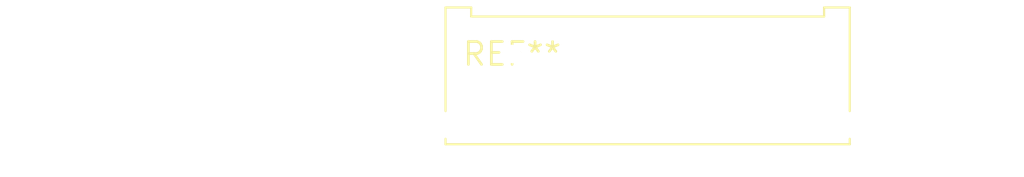
<source format=kicad_pcb>
(kicad_pcb (version 20240108) (generator pcbnew)
  (layers (0 "F.Cu" signal) (31 "B.Cu" signal) (34 "B.Paste" user) (35 "F.Paste" user) (36 "B.SilkS" user "B.Silkscreen") (37 "F.SilkS" user "F.Silkscreen") (38 "B.Mask" user) (39 "F.Mask" user) (44 "Edge.Cuts" user))
  (net 0 "")
  (footprint "Molex_Micro-Fit_3.0_43045-1212_2x06_P3.00mm_Vertical" (layer "F.Cu") (at 0 0)
    (property "Reference" "REF**")
    (property "Value" "Molex_Micro-Fit_3.0_43045-1212_2x06_P3.00mm_Vertical")
    (fp_line (start -3.685 -2.58) (end -2.265 -2.58) (layer "F.SilkS") (stroke (width 0.12)))
    (fp_line (start -3.685 3.17) (end -3.685 -2.58) (layer "F.SilkS") (stroke (width 0.12)))
    (fp_line (start -3.685 4.71) (end -3.685 5.01) (layer "F.SilkS") (stroke (width 0.12)))
    (fp_line (start -3.685 5.01) (end 18.685 5.01) (layer "F.SilkS") (stroke (width 0.12)))
    (fp_line (start -2.265 -2.58) (end -2.265 -2.08) (layer "F.SilkS") (stroke (width 0.12)))
    (fp_line (start -2.265 -2.08) (end 17.265 -2.08) (layer "F.SilkS") (stroke (width 0.12)))
    (fp_line (start 17.265 -2.58) (end 18.685 -2.58) (layer "F.SilkS") (stroke (width 0.12)))
    (fp_line (start 17.265 -2.08) (end 17.265 -2.58) (layer "F.SilkS") (stroke (width 0.12)))
    (fp_line (start 18.685 -2.58) (end 18.685 3.17) (layer "F.SilkS") (stroke (width 0.12)))
    (fp_line (start 18.685 5.01) (end 18.685 4.71) (layer "F.SilkS") (stroke (width 0.12)))
    (pad "" np_thru_hole circle (at -3 3.94) (size 1.02 1.02) (drill 1.02) (layers *.Cu *.Mask))
    (pad "" np_thru_hole circle (at 18 3.94) (size 1.02 1.02) (drill 1.02) (layers *.Cu *.Mask))
    (pad "1" thru_hole roundrect (at 0 0) (size 1.5 1.5) (drill 1.02) (layers *.Cu *.Mask) (remove_unused_layers) (roundrect_rratio 0.166667))
    (pad "2" thru_hole circle (at 3 0) (size 1.5 1.5) (drill 1.02) (layers *.Cu *.Mask) (remove_unused_layers))
    (pad "3" thru_hole circle (at 6 0) (size 1.5 1.5) (drill 1.02) (layers *.Cu *.Mask) (remove_unused_layers))
    (pad "4" thru_hole circle (at 9 0) (size 1.5 1.5) (drill 1.02) (layers *.Cu *.Mask) (remove_unused_layers))
    (pad "5" thru_hole circle (at 12 0) (size 1.5 1.5) (drill 1.02) (layers *.Cu *.Mask) (remove_unused_layers))
    (pad "6" thru_hole circle (at 15 0) (size 1.5 1.5) (drill 1.02) (layers *.Cu *.Mask) (remove_unused_layers))
    (pad "7" thru_hole circle (at 0 3) (size 1.5 1.5) (drill 1.02) (layers *.Cu *.Mask) (remove_unused_layers))
    (pad "8" thru_hole circle (at 3 3) (size 1.5 1.5) (drill 1.02) (layers *.Cu *.Mask) (remove_unused_layers))
    (pad "9" thru_hole circle (at 6 3) (size 1.5 1.5) (drill 1.02) (layers *.Cu *.Mask) (remove_unused_layers))
    (pad "10" thru_hole circle (at 9 3) (size 1.5 1.5) (drill 1.02) (layers *.Cu *.Mask) (remove_unused_layers))
    (pad "11" thru_hole circle (at 12 3) (size 1.5 1.5) (drill 1.02) (layers *.Cu *.Mask) (remove_unused_layers))
    (pad "12" thru_hole circle (at 15 3) (size 1.5 1.5) (drill 1.02) (layers *.Cu *.Mask) (remove_unused_layers))
  )
)
</source>
